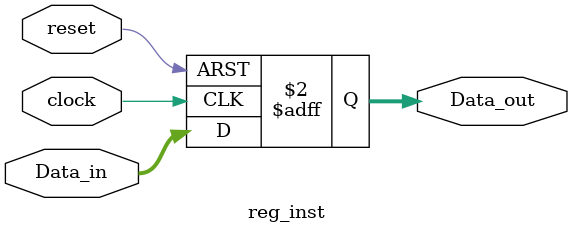
<source format=sv>
module reg_inst ( 

input logic [23:0] Data_in,
input logic clock, reset,
output logic [23:0] Data_out);

always_ff @ ( posedge reset or posedge clock) 
	if (reset) Data_out <= 24'b0;

else Data_out <= Data_in;

endmodule
</source>
